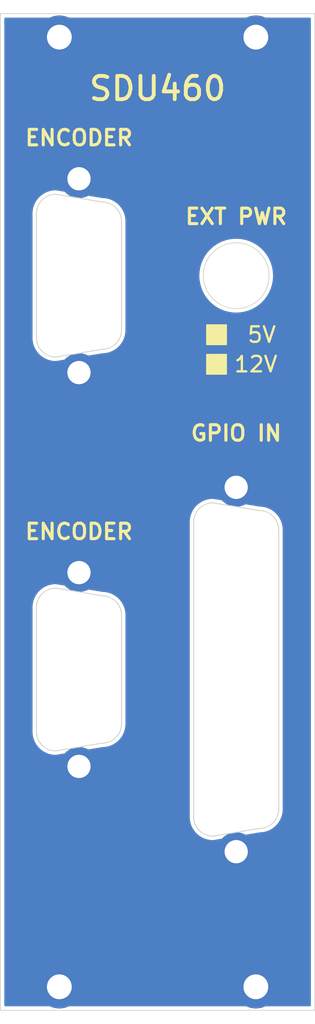
<source format=kicad_pcb>
(kicad_pcb (version 20211014) (generator pcbnew)
  (title_block (title "Front Panel ") (date "2023-01-23") (rev "A") (company "https://github.com/peterheinrich/DA20-C1-ProcedureTrainer ") (comment 1 "Open Hardware ") (comment 2 "License: CERN-OHL-P ") (comment 3 "© 2023 by Peter Heinrich ") (comment 4 "DA20 Hardware Cockpit Simulator Project"))
  (layers (0 "F.Cu" signal) (31 "B.Cu" signal) (34 "B.Paste" user) (35 "F.Paste" user) (36 "B.SilkS" user "B.Silkscreen") (37 "F.SilkS" user "F.Silkscreen") (38 "B.Mask" user) (39 "F.Mask" user) (44 "Edge.Cuts" user))
  (net 0 "")
  (net 1 "GNDPWR")
  (footprint "MountingHole:MountingHole_3.2mm_M3_DIN965_Pad" (layer "F.Cu") (at 99.06 167.93)
    (fp_text reference "H2" hide)
    (fp_text value "MountingHole_Pad" hide)
    (pad "1" thru_hole circle (at 0 0) (size 5.6 5.6) (drill 3.2) (layers *.Cu *.Mask) (net 1 "GNDPWR"))
  )
  (footprint "dsub_cutouts:DSUB-9_Cutout_MountingHoles" (layer "F.Cu") (at 76.2 76.2 90)
    (fp_text reference "J2" hide)
    (fp_text value "DB_Empty_MountingHoles" hide)
    (fp_line (start 10.5 -3) (end 9.5 3) (layer "Edge.Cuts") (width 0.12))
    (fp_line (start -8 -5.5) (end 8 -5.5) (layer "Edge.Cuts") (width 0.12))
    (fp_line (start -7 5.5) (end 7 5.5) (layer "Edge.Cuts") (width 0.12))
    (fp_line (start -10.5 -3) (end -9.5 3) (layer "Edge.Cuts") (width 0.12))
    (fp_arc (start 8 -5.5) (mid 9.767767 -4.767767) (end 10.5 -3) (layer "Edge.Cuts") (width 0.12))
    (fp_arc (start -10.5 -3) (mid -9.767767 -4.767767) (end -8 -5.5) (layer "Edge.Cuts") (width 0.12))
    (fp_arc (start 9.5 3) (mid 8.767767 4.767767) (end 7 5.5) (layer "Edge.Cuts") (width 0.12))
    (fp_arc (start -7 5.5) (mid -8.767767 4.767767) (end -9.5 3) (layer "Edge.Cuts") (width 0.12))
    (pad "0" thru_hole circle (at 12.5 0 90) (size 5 5) (drill 3) (layers *.Cu *.Mask) (net 1 "GNDPWR"))
    (pad "0" thru_hole circle (at -12.5 0 90) (size 5 5) (drill 3) (layers *.Cu *.Mask) (net 1 "GNDPWR"))
  )
  (footprint "MountingHole:MountingHole_3.2mm_M3_DIN965_Pad" (layer "F.Cu") (at 73.66 45.43)
    (fp_text reference "H3" hide)
    (fp_text value "MountingHole_Pad" hide)
    (pad "1" thru_hole circle (at 0 0) (size 5.6 5.6) (drill 3.2) (layers *.Cu *.Mask) (net 1 "GNDPWR"))
  )
  (footprint "MountingHole:MountingHole_3.2mm_M3_DIN965_Pad" (layer "F.Cu") (at 73.66 167.93)
    (fp_text reference "H4" hide)
    (fp_text value "MountingHole_Pad" hide)
    (pad "1" thru_hole circle (at 0 0) (size 5.6 5.6) (drill 3.2) (layers *.Cu *.Mask) (net 1 "GNDPWR"))
  )
  (footprint "MountingHole:MountingHole_3.2mm_M3_DIN965_Pad" (layer "F.Cu") (at 99.06 45.43)
    (fp_text reference "H1" hide)
    (fp_text value "MountingHole_Pad" hide)
    (pad "1" thru_hole circle (at 0 0) (size 5.6 5.6) (drill 3.2) (layers *.Cu *.Mask) (net 1 "GNDPWR"))
  )
  (footprint "dsub_cutouts:DSUB-25_Cutout_MountingHoles" (layer "F.Cu") (at 96.52 127 90)
    (fp_text reference "J3" hide)
    (fp_text value "DB_Empty_MountingHoles" hide)
    (fp_line (start -18 5.5) (end 18 5.5) (layer "Edge.Cuts") (width 0.12))
    (fp_line (start 21.5 -3) (end 20.5 3) (layer "Edge.Cuts") (width 0.12))
    (fp_line (start 19 -5.5) (end -19 -5.5) (layer "Edge.Cuts") (width 0.12))
    (fp_line (start -21.5 -3) (end -20.5 3) (layer "Edge.Cuts") (width 0.12))
    (fp_arc (start 20.5 3) (mid 19.767767 4.767767) (end 18 5.5) (layer "Edge.Cuts") (width 0.12))
    (fp_arc (start -18 5.5) (mid -19.767767 4.767767) (end -20.5 3) (layer "Edge.Cuts") (width 0.12))
    (fp_arc (start 19 -5.5) (mid 20.767767 -4.767767) (end 21.5 -3) (layer "Edge.Cuts") (width 0.12))
    (fp_arc (start -21.5 -3) (mid -20.767767 -4.767767) (end -19 -5.5) (layer "Edge.Cuts") (width 0.12))
    (pad "0" thru_hole circle (at -23.5 0 90) (size 5 5) (drill 3) (layers *.Cu *.Mask) (net 1 "GNDPWR"))
    (pad "0" thru_hole circle (at 23.5 0 90) (size 5 5) (drill 3) (layers *.Cu *.Mask) (net 1 "GNDPWR"))
  )
  (footprint "dsub_cutouts:DSUB-9_Cutout_MountingHoles" (layer "F.Cu") (at 76.2 127 90)
    (fp_text reference "J1" hide)
    (fp_text value "DB_Empty_MountingHoles" hide)
    (fp_line (start -7 5.5) (end 7 5.5) (layer "Edge.Cuts") (width 0.12))
    (fp_line (start -10.5 -3) (end -9.5 3) (layer "Edge.Cuts") (width 0.12))
    (fp_line (start 10.5 -3) (end 9.5 3) (layer "Edge.Cuts") (width 0.12))
    (fp_line (start -8 -5.5) (end 8 -5.5) (layer "Edge.Cuts") (width 0.12))
    (fp_arc (start -10.5 -3) (mid -9.767767 -4.767767) (end -8 -5.5) (layer "Edge.Cuts") (width 0.12))
    (fp_arc (start -7 5.5) (mid -8.767767 4.767767) (end -9.5 3) (layer "Edge.Cuts") (width 0.12))
    (fp_arc (start 8 -5.5) (mid 9.767767 -4.767767) (end 10.5 -3) (layer "Edge.Cuts") (width 0.12))
    (fp_arc (start 9.5 3) (mid 8.767767 4.767767) (end 7 5.5) (layer "Edge.Cuts") (width 0.12))
    (pad "0" thru_hole circle (at 12.5 0 90) (size 5 5) (drill 3) (layers *.Cu *.Mask) (net 1 "GNDPWR"))
    (pad "0" thru_hole circle (at -12.5 0 90) (size 5 5) (drill 3) (layers *.Cu *.Mask) (net 1 "GNDPWR"))
  )
  (gr_rect (start 92.71 86.36) (end 95.25 88.9) (layer "F.SilkS") (width 0.15) (fill solid))
  (gr_rect (start 92.71 82.55) (end 95.25 85.09) (layer "F.SilkS") (width 0.15) (fill solid))
  (gr_rect (start 66.04 42.405) (end 106.68 170.955) (layer "Edge.Cuts") (width 0.1) (fill none))
  (gr_circle (center 96.52 76.2) (end 100.77 76.2) (layer "Edge.Cuts") (width 0.1) (fill none))
  (gr_text "GPIO IN" (at 96.52 96.52) (layer "F.SilkS") (effects (font (size 2 2) (thickness 0.4))))
  (gr_text "12V" (at 99.06 87.63) (layer "F.SilkS") (effects (font (size 2 2) (thickness 0.3))))
  (gr_text "ENCODER" (at 76.2 109.22) (layer "F.SilkS") (effects (font (size 2 2) (thickness 0.4))))
  (gr_text "EXT PWR" (at 96.52 68.58) (layer "F.SilkS") (effects (font (size 2 2) (thickness 0.4))))
  (gr_text "SDU460" (at 86.36 52.07) (layer "F.SilkS") (effects (font (size 3 3) (thickness 0.5))))
  (gr_text " 5V" (at 99.06 83.82) (layer "F.SilkS") (effects (font (size 2 2) (thickness 0.3))))
  (gr_text "ENCODER" (at 76.2 58.42) (layer "F.SilkS") (effects (font (size 2 2) (thickness 0.4))))
  (zone (net 1) (net_name "GNDPWR") (layers F&B.Cu) (connect_pads yes (clearance 0.508)) (min_thickness 0.254) (fill yes (thermal_gap 0.508) (thermal_bridge_width 0.508))
    (polygon (pts (xy 106.68 172.72) (xy 66.04 172.72) (xy 66.04 40.64) (xy 106.68 40.64)))
  )
)
</source>
